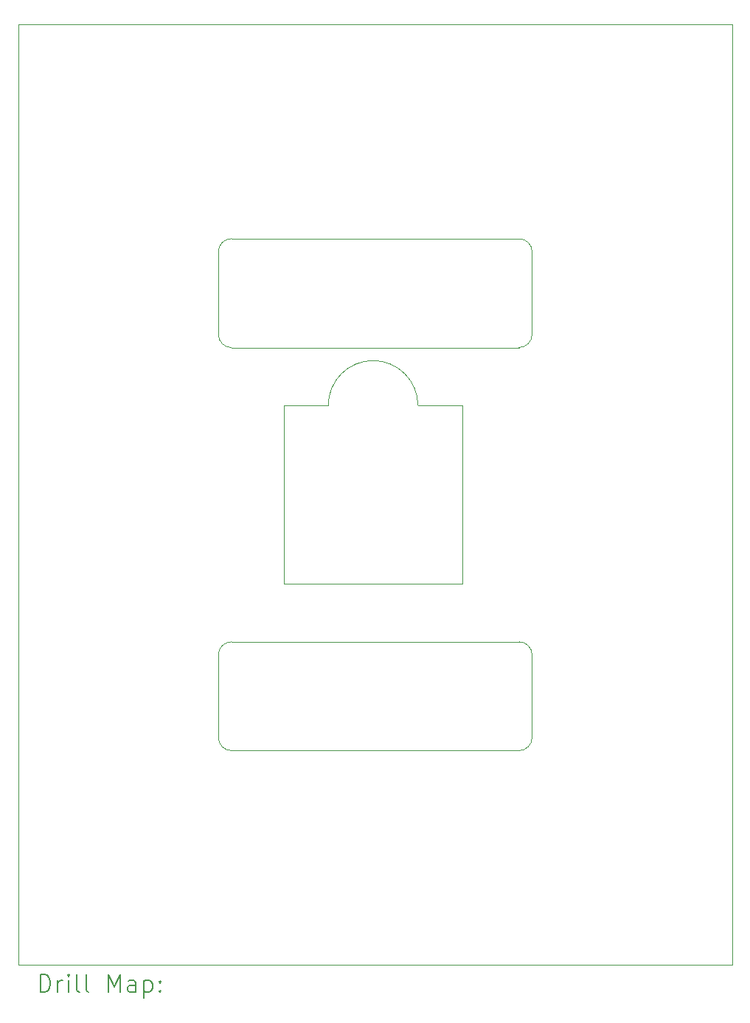
<source format=gbr>
%FSLAX45Y45*%
G04 Gerber Fmt 4.5, Leading zero omitted, Abs format (unit mm)*
G04 Created by KiCad (PCBNEW (6.0.5)) date 2023-01-23 16:51:18*
%MOMM*%
%LPD*%
G01*
G04 APERTURE LIST*
%TA.AperFunction,Profile*%
%ADD10C,0.050000*%
%TD*%
%TA.AperFunction,Profile*%
%ADD11C,0.100000*%
%TD*%
%ADD12C,0.200000*%
G04 APERTURE END LIST*
D10*
X10129200Y-14599800D02*
X18329200Y-14599800D01*
D11*
X13179000Y-10224799D02*
X13179000Y-8174799D01*
D10*
X18329200Y-3799800D02*
X10129200Y-3799800D01*
D11*
X13690000Y-8175000D02*
X13179000Y-8174799D01*
X12428923Y-7359767D02*
G75*
G03*
X12578917Y-7509767I149997J-3D01*
G01*
X15880000Y-12140000D02*
G75*
G03*
X16030000Y-11990000I0J150000D01*
G01*
X12578566Y-10890066D02*
G75*
G03*
X12428566Y-11040066I4J-150004D01*
G01*
D10*
X18329200Y-14599800D02*
X18329200Y-3799800D01*
D11*
X16029917Y-6409767D02*
X16029917Y-7359767D01*
X12429000Y-11990000D02*
G75*
G03*
X12579000Y-12140000I150000J0D01*
G01*
X15879917Y-7509767D02*
G75*
G03*
X16029917Y-7359767I3J149997D01*
G01*
X15229000Y-10224799D02*
X15229000Y-8174799D01*
D10*
X10129200Y-14599800D02*
X10129200Y-3799800D01*
D11*
X15879917Y-6259767D02*
X12578483Y-6259833D01*
X14720000Y-8175000D02*
G75*
G03*
X13690000Y-8175000I-515000J205D01*
G01*
X12428917Y-7359767D02*
X12428483Y-6409833D01*
X14720000Y-8175000D02*
X15229000Y-8174799D01*
X12578483Y-6259833D02*
G75*
G03*
X12428483Y-6409833I-3J-149997D01*
G01*
X16029923Y-6409767D02*
G75*
G03*
X15879917Y-6259767I-150003J-3D01*
G01*
X12579000Y-12140000D02*
X15880000Y-12140000D01*
X16030000Y-11040000D02*
G75*
G03*
X15880000Y-10890000I-150000J0D01*
G01*
X13179000Y-10224799D02*
X15229000Y-10224799D01*
X12429000Y-11990000D02*
X12428566Y-11040066D01*
X12578917Y-7509767D02*
X15879917Y-7509767D01*
X15880000Y-10890000D02*
X12578566Y-10890066D01*
X16030000Y-11040000D02*
X16030000Y-11990000D01*
D12*
X10384319Y-14912776D02*
X10384319Y-14712776D01*
X10431938Y-14712776D01*
X10460510Y-14722300D01*
X10479557Y-14741347D01*
X10489081Y-14760395D01*
X10498605Y-14798490D01*
X10498605Y-14827062D01*
X10489081Y-14865157D01*
X10479557Y-14884204D01*
X10460510Y-14903252D01*
X10431938Y-14912776D01*
X10384319Y-14912776D01*
X10584319Y-14912776D02*
X10584319Y-14779442D01*
X10584319Y-14817538D02*
X10593843Y-14798490D01*
X10603367Y-14788966D01*
X10622414Y-14779442D01*
X10641462Y-14779442D01*
X10708129Y-14912776D02*
X10708129Y-14779442D01*
X10708129Y-14712776D02*
X10698605Y-14722300D01*
X10708129Y-14731823D01*
X10717652Y-14722300D01*
X10708129Y-14712776D01*
X10708129Y-14731823D01*
X10831938Y-14912776D02*
X10812890Y-14903252D01*
X10803367Y-14884204D01*
X10803367Y-14712776D01*
X10936700Y-14912776D02*
X10917652Y-14903252D01*
X10908129Y-14884204D01*
X10908129Y-14712776D01*
X11165271Y-14912776D02*
X11165271Y-14712776D01*
X11231938Y-14855633D01*
X11298605Y-14712776D01*
X11298605Y-14912776D01*
X11479557Y-14912776D02*
X11479557Y-14808014D01*
X11470033Y-14788966D01*
X11450986Y-14779442D01*
X11412890Y-14779442D01*
X11393843Y-14788966D01*
X11479557Y-14903252D02*
X11460509Y-14912776D01*
X11412890Y-14912776D01*
X11393843Y-14903252D01*
X11384319Y-14884204D01*
X11384319Y-14865157D01*
X11393843Y-14846109D01*
X11412890Y-14836585D01*
X11460509Y-14836585D01*
X11479557Y-14827062D01*
X11574795Y-14779442D02*
X11574795Y-14979442D01*
X11574795Y-14788966D02*
X11593843Y-14779442D01*
X11631938Y-14779442D01*
X11650986Y-14788966D01*
X11660509Y-14798490D01*
X11670033Y-14817538D01*
X11670033Y-14874681D01*
X11660509Y-14893728D01*
X11650986Y-14903252D01*
X11631938Y-14912776D01*
X11593843Y-14912776D01*
X11574795Y-14903252D01*
X11755748Y-14893728D02*
X11765271Y-14903252D01*
X11755748Y-14912776D01*
X11746224Y-14903252D01*
X11755748Y-14893728D01*
X11755748Y-14912776D01*
X11755748Y-14788966D02*
X11765271Y-14798490D01*
X11755748Y-14808014D01*
X11746224Y-14798490D01*
X11755748Y-14788966D01*
X11755748Y-14808014D01*
M02*

</source>
